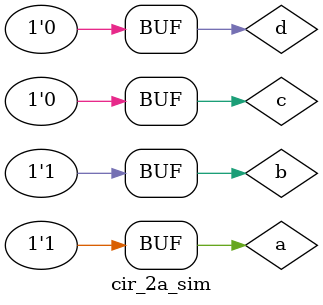
<source format=v>
`timescale 1ns / 1ps


module cir_2a_sim();
  reg a,b,c,d;
  wire F;

  cir_2a uut(.a(a), .b(b), .c(c), .d(d), .f(F));
  initial begin
    #100 a=0; b=0; c=1; d=1;
    #100 a=1; b=0; c=1; d=0;
    #100 a=1; b=1; c=0; d=0;
  end
endmodule

</source>
